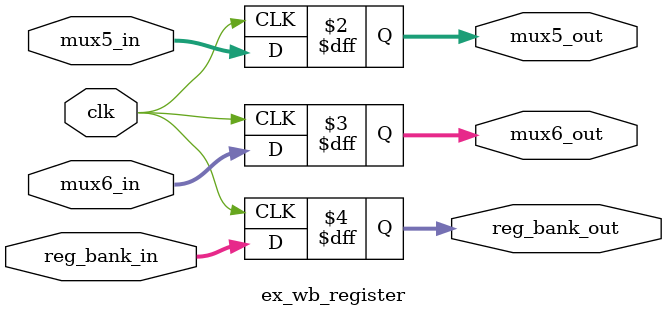
<source format=v>
module ex_wb_register (clk, mux5_in, mux6_in, reg_bank_in, mux5_out, mux6_out, reg_bank_out);
	input clk;
	input [2:0] mux5_in, mux6_in, reg_bank_in;
	output reg [2:0] mux5_out, mux6_out, reg_bank_out;

	always @(posedge clk) begin
		mux5_out <= mux5_in;
		mux6_out <= mux6_in;
		reg_bank_out <= reg_bank_in;
	end
endmodule
</source>
